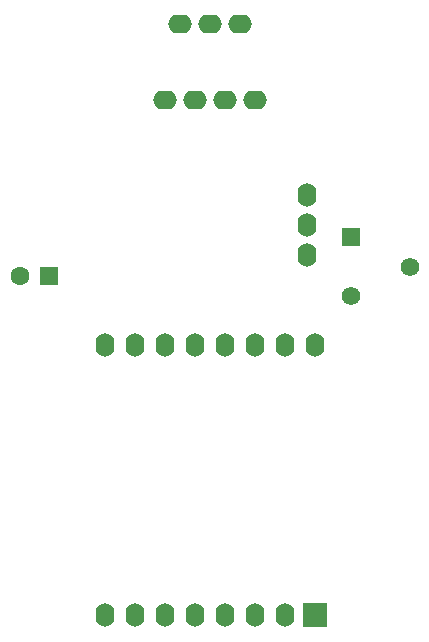
<source format=gbr>
%TF.GenerationSoftware,KiCad,Pcbnew,(6.0.4)*%
%TF.CreationDate,2022-08-05T18:27:13+05:30*%
%TF.ProjectId,led_web,6c65645f-7765-4622-9e6b-696361645f70,v1*%
%TF.SameCoordinates,Original*%
%TF.FileFunction,Soldermask,Bot*%
%TF.FilePolarity,Negative*%
%FSLAX46Y46*%
G04 Gerber Fmt 4.6, Leading zero omitted, Abs format (unit mm)*
G04 Created by KiCad (PCBNEW (6.0.4)) date 2022-08-05 18:27:13*
%MOMM*%
%LPD*%
G01*
G04 APERTURE LIST*
%ADD10O,2.000000X1.600000*%
%ADD11R,1.600000X1.600000*%
%ADD12C,1.600000*%
%ADD13O,1.600000X2.000000*%
%ADD14R,1.560000X1.560000*%
%ADD15C,1.560000*%
%ADD16R,2.000000X2.000000*%
G04 APERTURE END LIST*
D10*
%TO.C,U1*%
X155448000Y-67206000D03*
X152908000Y-67206000D03*
X150368000Y-67206000D03*
X147828000Y-67206000D03*
%TD*%
D11*
%TO.C,C1*%
X137983000Y-82042000D03*
D12*
X135483000Y-82042000D03*
%TD*%
D10*
%TO.C,L1*%
X154178000Y-60749400D03*
X151638000Y-60749400D03*
X149098000Y-60749400D03*
%TD*%
D13*
%TO.C,U3*%
X159784000Y-75184000D03*
X159784000Y-77724000D03*
X159784000Y-80264000D03*
%TD*%
D14*
%TO.C,RV1*%
X163495000Y-78780000D03*
D15*
X168495000Y-81280000D03*
X163495000Y-83780000D03*
%TD*%
D16*
%TO.C,U2*%
X160528000Y-110767000D03*
D13*
X157988000Y-110767000D03*
X155448000Y-110767000D03*
X152908000Y-110767000D03*
X150368000Y-110767000D03*
X147828000Y-110767000D03*
X145288000Y-110767000D03*
X142748000Y-110767000D03*
X142748000Y-87907000D03*
X145288000Y-87907000D03*
X147828000Y-87907000D03*
X150368000Y-87907000D03*
X152908000Y-87907000D03*
X155448000Y-87907000D03*
X157988000Y-87907000D03*
X160528000Y-87907000D03*
%TD*%
M02*

</source>
